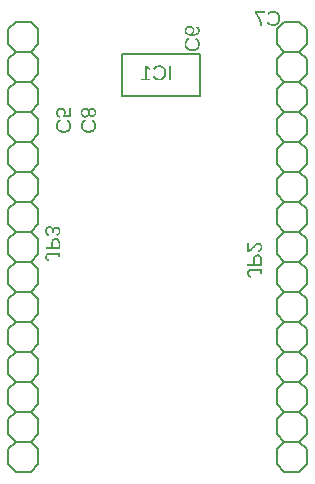
<source format=gbr>
G04 EAGLE Gerber X2 export*
%TF.Part,Single*%
%TF.FileFunction,Legend,Bot,1*%
%TF.FilePolarity,Positive*%
%TF.GenerationSoftware,Autodesk,EAGLE,9.7.0*%
%TF.CreationDate,2022-05-08T16:05:26Z*%
G75*
%MOMM*%
%FSLAX46Y46*%
%LPD*%
%INSilkscreen Bottom*%
%AMOC8*
5,1,8,0,0,1.08239X$1,22.5*%
G01*
G04 Define Apertures*
%ADD10C,0.203200*%
%ADD11C,0.152400*%
G36*
X5296528Y32450659D02*
X5331925Y32452528D01*
X5366322Y32455641D01*
X5399719Y32460000D01*
X5432119Y32465603D01*
X5463522Y32472453D01*
X5493922Y32480550D01*
X5523325Y32489888D01*
X5551728Y32500475D01*
X5579134Y32512306D01*
X5630947Y32539703D01*
X5678763Y32572081D01*
X5722581Y32609444D01*
X5761791Y32651209D01*
X5795772Y32696809D01*
X5810800Y32721047D01*
X5824522Y32746241D01*
X5836941Y32772394D01*
X5848047Y32799503D01*
X5857850Y32827572D01*
X5866347Y32856597D01*
X5873534Y32886581D01*
X5879416Y32917525D01*
X5883991Y32949425D01*
X5887256Y32982284D01*
X5889216Y33016100D01*
X5889872Y33050875D01*
X5888666Y33099128D01*
X5885053Y33145356D01*
X5879031Y33189559D01*
X5870603Y33231738D01*
X5859763Y33271891D01*
X5846516Y33310016D01*
X5830859Y33346119D01*
X5812794Y33380194D01*
X5792363Y33412163D01*
X5769603Y33441944D01*
X5744519Y33469531D01*
X5717109Y33494931D01*
X5687369Y33518141D01*
X5655306Y33539163D01*
X5620916Y33557994D01*
X5584197Y33574634D01*
X5531647Y33416106D01*
X5557784Y33404563D01*
X5582338Y33391391D01*
X5605300Y33376588D01*
X5626675Y33360159D01*
X5646466Y33342103D01*
X5664666Y33322416D01*
X5681281Y33301100D01*
X5696306Y33278156D01*
X5709650Y33253847D01*
X5721213Y33228425D01*
X5731000Y33201897D01*
X5739003Y33174259D01*
X5745231Y33145513D01*
X5749678Y33115659D01*
X5752347Y33084697D01*
X5753238Y33052625D01*
X5751178Y33002813D01*
X5745000Y32955844D01*
X5734700Y32911722D01*
X5720284Y32870447D01*
X5701747Y32832019D01*
X5679091Y32796438D01*
X5652316Y32763703D01*
X5621422Y32733816D01*
X5586941Y32707128D01*
X5549409Y32684000D01*
X5508825Y32664431D01*
X5465191Y32648419D01*
X5418503Y32635966D01*
X5368766Y32627069D01*
X5315975Y32621731D01*
X5260131Y32619953D01*
X5204809Y32621806D01*
X5152263Y32627372D01*
X5102497Y32636644D01*
X5055509Y32649622D01*
X5011300Y32666313D01*
X4969869Y32686709D01*
X4931213Y32710816D01*
X4895338Y32738631D01*
X4863006Y32769609D01*
X4834984Y32803197D01*
X4811275Y32839403D01*
X4791878Y32878222D01*
X4776791Y32919653D01*
X4766013Y32963700D01*
X4759547Y33010359D01*
X4757391Y33059631D01*
X4758394Y33091534D01*
X4761400Y33122434D01*
X4766413Y33152325D01*
X4773428Y33181213D01*
X4782453Y33209091D01*
X4793478Y33235966D01*
X4806509Y33261834D01*
X4821547Y33286697D01*
X4838588Y33310553D01*
X4857634Y33333406D01*
X4878688Y33355250D01*
X4901744Y33376091D01*
X4926803Y33395922D01*
X4953869Y33414750D01*
X4982941Y33432572D01*
X5014016Y33449388D01*
X4945700Y33586022D01*
X4907038Y33566006D01*
X4870759Y33544063D01*
X4836859Y33520188D01*
X4805344Y33494384D01*
X4776206Y33466650D01*
X4749453Y33436988D01*
X4725078Y33405397D01*
X4703088Y33371875D01*
X4683588Y33336697D01*
X4666684Y33300138D01*
X4652384Y33262194D01*
X4640684Y33222869D01*
X4631584Y33182163D01*
X4625084Y33140075D01*
X4621184Y33096603D01*
X4619884Y33051750D01*
X4621097Y33005897D01*
X4624728Y32961619D01*
X4630784Y32918913D01*
X4639259Y32877781D01*
X4650159Y32838225D01*
X4663481Y32800244D01*
X4679228Y32763831D01*
X4697394Y32728997D01*
X4717813Y32695959D01*
X4740313Y32664950D01*
X4764891Y32635966D01*
X4791550Y32609006D01*
X4820288Y32584072D01*
X4851106Y32561163D01*
X4884006Y32540278D01*
X4918984Y32521419D01*
X4955834Y32504691D01*
X4994338Y32490191D01*
X5034497Y32477922D01*
X5076313Y32467884D01*
X5119781Y32460075D01*
X5164909Y32454500D01*
X5211691Y32451153D01*
X5260131Y32450038D01*
X5296528Y32450659D01*
G37*
G36*
X4931684Y33887050D02*
X4909519Y33893903D01*
X4888781Y33901978D01*
X4869475Y33911281D01*
X4851600Y33921809D01*
X4835153Y33933563D01*
X4820138Y33946538D01*
X4806550Y33960741D01*
X4794397Y33976169D01*
X4783669Y33992819D01*
X4774375Y34010694D01*
X4766509Y34029797D01*
X4760072Y34050122D01*
X4755069Y34071672D01*
X4751491Y34094450D01*
X4749347Y34118450D01*
X4748631Y34143675D01*
X4749828Y34174563D01*
X4753422Y34203725D01*
X4759409Y34231163D01*
X4767791Y34256878D01*
X4778569Y34280869D01*
X4791741Y34303134D01*
X4807306Y34323675D01*
X4825269Y34342494D01*
X4845325Y34359325D01*
X4867172Y34373916D01*
X4890816Y34386259D01*
X4916250Y34396359D01*
X4943475Y34404213D01*
X4972494Y34409825D01*
X5003306Y34413191D01*
X5035913Y34414313D01*
X5064338Y34413184D01*
X5091366Y34409797D01*
X5116997Y34404153D01*
X5141234Y34396250D01*
X5164075Y34386088D01*
X5185519Y34373669D01*
X5205569Y34358991D01*
X5224222Y34342056D01*
X5241053Y34323203D01*
X5255644Y34302778D01*
X5267988Y34280781D01*
X5278088Y34257206D01*
X5285941Y34232059D01*
X5291553Y34205341D01*
X5294919Y34177047D01*
X5296041Y34147178D01*
X5294781Y34115756D01*
X5291006Y34085431D01*
X5284709Y34056197D01*
X5275897Y34028063D01*
X5264072Y34000472D01*
X5248744Y33972881D01*
X5229913Y33945294D01*
X5207581Y33917703D01*
X5207581Y33763553D01*
X5871478Y33804719D01*
X5871478Y34506278D01*
X5737472Y34506278D01*
X5737472Y33948359D01*
X5345966Y33924709D01*
X5364441Y33951109D01*
X5380450Y33979069D01*
X5394000Y34008588D01*
X5405084Y34039666D01*
X5413706Y34072306D01*
X5419866Y34106506D01*
X5423559Y34142266D01*
X5424791Y34179584D01*
X5423122Y34223972D01*
X5418113Y34266047D01*
X5409766Y34305809D01*
X5398078Y34343259D01*
X5383053Y34378397D01*
X5364688Y34411222D01*
X5342981Y34441731D01*
X5317938Y34469931D01*
X5290213Y34495281D01*
X5260459Y34517253D01*
X5228681Y34535844D01*
X5194881Y34551056D01*
X5159053Y34562888D01*
X5121200Y34571338D01*
X5081319Y34576409D01*
X5039416Y34578097D01*
X4991888Y34576284D01*
X4946959Y34570844D01*
X4904631Y34561778D01*
X4864903Y34549084D01*
X4827775Y34532766D01*
X4793247Y34512819D01*
X4761319Y34489247D01*
X4731991Y34462047D01*
X4705716Y34431631D01*
X4682944Y34398413D01*
X4663675Y34362384D01*
X4647909Y34323553D01*
X4635650Y34281916D01*
X4626891Y34237472D01*
X4621638Y34190225D01*
X4619884Y34140172D01*
X4621063Y34098075D01*
X4624594Y34058059D01*
X4630478Y34020125D01*
X4638713Y33984269D01*
X4649303Y33950494D01*
X4662250Y33918800D01*
X4677550Y33889184D01*
X4695206Y33861650D01*
X4715091Y33836372D01*
X4737081Y33813531D01*
X4761181Y33793128D01*
X4787388Y33775159D01*
X4815703Y33759625D01*
X4846125Y33746528D01*
X4878656Y33735869D01*
X4913294Y33727644D01*
X4931684Y33887050D01*
G37*
G36*
X16193788Y40658706D02*
X16266947Y40664084D01*
X16335456Y40673047D01*
X16399313Y40685597D01*
X16458513Y40701731D01*
X16513063Y40721453D01*
X16562959Y40744756D01*
X16608203Y40771650D01*
X16648438Y40801853D01*
X16683306Y40835094D01*
X16712813Y40871375D01*
X16736953Y40910691D01*
X16755728Y40953047D01*
X16763106Y40975366D01*
X16769141Y40998441D01*
X16773834Y41022278D01*
X16777188Y41046872D01*
X16779200Y41072228D01*
X16779872Y41098344D01*
X16778888Y41132459D01*
X16775944Y41164963D01*
X16771034Y41195850D01*
X16764159Y41225122D01*
X16755322Y41252781D01*
X16744522Y41278825D01*
X16731756Y41303253D01*
X16717028Y41326066D01*
X16700334Y41347263D01*
X16681678Y41366847D01*
X16661059Y41384816D01*
X16638475Y41401169D01*
X16613928Y41415909D01*
X16587416Y41429031D01*
X16558941Y41440541D01*
X16528500Y41450438D01*
X16501350Y41299791D01*
X16536656Y41286459D01*
X16567256Y41269681D01*
X16593150Y41249456D01*
X16614334Y41225781D01*
X16630809Y41198656D01*
X16642581Y41168084D01*
X16649641Y41134063D01*
X16651997Y41096591D01*
X16650031Y41063822D01*
X16644141Y41032956D01*
X16634322Y41003991D01*
X16620575Y40976928D01*
X16602900Y40951769D01*
X16581297Y40928509D01*
X16555769Y40907153D01*
X16526309Y40887700D01*
X16493131Y40870353D01*
X16456434Y40855322D01*
X16416219Y40842600D01*
X16372488Y40832194D01*
X16325241Y40824097D01*
X16274475Y40818316D01*
X16220194Y40814847D01*
X16162394Y40813691D01*
X16199863Y40837338D01*
X16232572Y40865366D01*
X16260516Y40897772D01*
X16283700Y40934559D01*
X16301900Y40974956D01*
X16314900Y41018203D01*
X16319450Y41040894D01*
X16322703Y41064294D01*
X16324653Y41088406D01*
X16325303Y41113231D01*
X16323631Y41154828D01*
X16318625Y41194222D01*
X16310275Y41231413D01*
X16298588Y41266397D01*
X16283563Y41299181D01*
X16265197Y41329759D01*
X16243491Y41358138D01*
X16218447Y41384309D01*
X16190584Y41407813D01*
X16160422Y41428184D01*
X16127959Y41445422D01*
X16093200Y41459525D01*
X16056141Y41470491D01*
X16016781Y41478328D01*
X15975125Y41483028D01*
X15931169Y41484594D01*
X15883625Y41482938D01*
X15838656Y41477972D01*
X15796259Y41469691D01*
X15756434Y41458100D01*
X15719184Y41443197D01*
X15684506Y41424981D01*
X15652400Y41403456D01*
X15622866Y41378616D01*
X15596384Y41350863D01*
X15573434Y41320591D01*
X15554016Y41287800D01*
X15538128Y41252494D01*
X15525772Y41214669D01*
X15516947Y41174322D01*
X15511650Y41131463D01*
X15509884Y41086081D01*
X15510491Y41060406D01*
X15512306Y41035500D01*
X15519575Y40987984D01*
X15531681Y40943534D01*
X15548638Y40902153D01*
X15570438Y40863834D01*
X15597084Y40828581D01*
X15628572Y40796391D01*
X15664906Y40767269D01*
X15705869Y40741406D01*
X15751234Y40718988D01*
X15801006Y40700022D01*
X15855188Y40684503D01*
X15913772Y40672431D01*
X15976766Y40663809D01*
X16044166Y40658638D01*
X16115972Y40656913D01*
X16193788Y40658706D01*
G37*
%LPC*%
G36*
X15926938Y40830556D02*
X15893669Y40833863D01*
X15862016Y40839372D01*
X15831978Y40847081D01*
X15803553Y40856997D01*
X15776744Y40869116D01*
X15751550Y40883438D01*
X15727969Y40899963D01*
X15706619Y40918213D01*
X15688119Y40937706D01*
X15672463Y40958447D01*
X15659653Y40980431D01*
X15649691Y41003663D01*
X15642572Y41028138D01*
X15638303Y41053859D01*
X15636881Y41080825D01*
X15638078Y41108525D01*
X15641669Y41134691D01*
X15647656Y41159325D01*
X15656041Y41182425D01*
X15666816Y41203994D01*
X15679988Y41224028D01*
X15695556Y41242531D01*
X15713519Y41259500D01*
X15733572Y41274691D01*
X15755422Y41287856D01*
X15779063Y41298997D01*
X15804497Y41308109D01*
X15831725Y41315200D01*
X15860744Y41320263D01*
X15891556Y41323300D01*
X15924159Y41324313D01*
X15956703Y41323288D01*
X15987331Y41320209D01*
X16016044Y41315075D01*
X16042838Y41307891D01*
X16067719Y41298653D01*
X16090681Y41287363D01*
X16111731Y41274019D01*
X16130863Y41258625D01*
X16147900Y41241394D01*
X16162666Y41222550D01*
X16175163Y41202091D01*
X16185384Y41180016D01*
X16193334Y41156328D01*
X16199016Y41131022D01*
X16202422Y41104103D01*
X16203559Y41075572D01*
X16202553Y41048644D01*
X16199534Y41023047D01*
X16194506Y40998775D01*
X16187466Y40975834D01*
X16178413Y40954216D01*
X16167347Y40933928D01*
X16154272Y40914969D01*
X16139181Y40897334D01*
X16122328Y40881425D01*
X16103956Y40867638D01*
X16084066Y40855972D01*
X16062656Y40846425D01*
X16039725Y40839000D01*
X16015278Y40833697D01*
X15989309Y40830516D01*
X15961822Y40829456D01*
X15926938Y40830556D01*
G37*
%LPD*%
G36*
X16186528Y39360659D02*
X16221925Y39362528D01*
X16256322Y39365641D01*
X16289719Y39370000D01*
X16322119Y39375603D01*
X16353522Y39382453D01*
X16383922Y39390550D01*
X16413325Y39399888D01*
X16441728Y39410475D01*
X16469134Y39422306D01*
X16520947Y39449703D01*
X16568763Y39482081D01*
X16612581Y39519444D01*
X16651791Y39561209D01*
X16685772Y39606809D01*
X16700800Y39631047D01*
X16714522Y39656241D01*
X16726941Y39682394D01*
X16738047Y39709503D01*
X16747850Y39737572D01*
X16756347Y39766597D01*
X16763534Y39796581D01*
X16769416Y39827525D01*
X16773991Y39859425D01*
X16777256Y39892284D01*
X16779216Y39926100D01*
X16779872Y39960875D01*
X16778666Y40009128D01*
X16775053Y40055356D01*
X16769031Y40099559D01*
X16760603Y40141738D01*
X16749763Y40181891D01*
X16736516Y40220016D01*
X16720859Y40256119D01*
X16702794Y40290194D01*
X16682363Y40322163D01*
X16659603Y40351944D01*
X16634519Y40379531D01*
X16607109Y40404931D01*
X16577369Y40428141D01*
X16545306Y40449163D01*
X16510916Y40467994D01*
X16474197Y40484634D01*
X16421647Y40326106D01*
X16447784Y40314563D01*
X16472338Y40301391D01*
X16495300Y40286588D01*
X16516675Y40270159D01*
X16536466Y40252103D01*
X16554666Y40232416D01*
X16571281Y40211100D01*
X16586306Y40188156D01*
X16599650Y40163847D01*
X16611213Y40138425D01*
X16621000Y40111897D01*
X16629003Y40084259D01*
X16635231Y40055513D01*
X16639678Y40025659D01*
X16642347Y39994697D01*
X16643238Y39962625D01*
X16641178Y39912813D01*
X16635000Y39865844D01*
X16624700Y39821722D01*
X16610284Y39780447D01*
X16591747Y39742019D01*
X16569091Y39706438D01*
X16542316Y39673703D01*
X16511422Y39643816D01*
X16476941Y39617128D01*
X16439409Y39594000D01*
X16398825Y39574431D01*
X16355191Y39558419D01*
X16308503Y39545966D01*
X16258766Y39537069D01*
X16205975Y39531731D01*
X16150131Y39529953D01*
X16094809Y39531806D01*
X16042263Y39537372D01*
X15992497Y39546644D01*
X15945509Y39559622D01*
X15901300Y39576313D01*
X15859869Y39596709D01*
X15821213Y39620816D01*
X15785338Y39648631D01*
X15753006Y39679609D01*
X15724984Y39713197D01*
X15701275Y39749403D01*
X15681878Y39788222D01*
X15666791Y39829653D01*
X15656013Y39873700D01*
X15649547Y39920359D01*
X15647391Y39969631D01*
X15648394Y40001534D01*
X15651400Y40032434D01*
X15656413Y40062325D01*
X15663428Y40091213D01*
X15672453Y40119091D01*
X15683478Y40145966D01*
X15696509Y40171834D01*
X15711547Y40196697D01*
X15728588Y40220553D01*
X15747634Y40243406D01*
X15768688Y40265250D01*
X15791744Y40286091D01*
X15816803Y40305922D01*
X15843869Y40324750D01*
X15872941Y40342572D01*
X15904016Y40359388D01*
X15835700Y40496022D01*
X15797038Y40476006D01*
X15760759Y40454063D01*
X15726859Y40430188D01*
X15695344Y40404384D01*
X15666206Y40376650D01*
X15639453Y40346988D01*
X15615078Y40315397D01*
X15593088Y40281875D01*
X15573588Y40246697D01*
X15556684Y40210138D01*
X15542384Y40172194D01*
X15530684Y40132869D01*
X15521584Y40092163D01*
X15515084Y40050075D01*
X15511184Y40006603D01*
X15509884Y39961750D01*
X15511097Y39915897D01*
X15514728Y39871619D01*
X15520784Y39828913D01*
X15529259Y39787781D01*
X15540159Y39748225D01*
X15553481Y39710244D01*
X15569228Y39673831D01*
X15587394Y39638997D01*
X15607813Y39605959D01*
X15630313Y39574950D01*
X15654891Y39545966D01*
X15681550Y39519006D01*
X15710288Y39494072D01*
X15741106Y39471163D01*
X15774006Y39450278D01*
X15808984Y39431419D01*
X15845834Y39414691D01*
X15884338Y39400191D01*
X15924497Y39387922D01*
X15966313Y39377884D01*
X16009781Y39370075D01*
X16054909Y39364500D01*
X16101691Y39361153D01*
X16150131Y39360038D01*
X16186528Y39360659D01*
G37*
G36*
X23034203Y41496397D02*
X23078481Y41500028D01*
X23121188Y41506084D01*
X23162319Y41514559D01*
X23201875Y41525459D01*
X23239856Y41538781D01*
X23276269Y41554528D01*
X23311103Y41572694D01*
X23344141Y41593113D01*
X23375150Y41615613D01*
X23404134Y41640191D01*
X23431094Y41666850D01*
X23456028Y41695588D01*
X23478938Y41726406D01*
X23499822Y41759306D01*
X23518681Y41794284D01*
X23535409Y41831134D01*
X23549909Y41869638D01*
X23562178Y41909797D01*
X23572216Y41951613D01*
X23580025Y41995081D01*
X23585600Y42040209D01*
X23588947Y42086991D01*
X23590063Y42135431D01*
X23589441Y42171828D01*
X23587572Y42207225D01*
X23584459Y42241622D01*
X23580100Y42275019D01*
X23574497Y42307419D01*
X23567647Y42338822D01*
X23559550Y42369222D01*
X23550213Y42398625D01*
X23539625Y42427028D01*
X23527794Y42454434D01*
X23500397Y42506247D01*
X23468019Y42554063D01*
X23430656Y42597881D01*
X23388891Y42637091D01*
X23343291Y42671072D01*
X23319053Y42686100D01*
X23293859Y42699822D01*
X23267706Y42712241D01*
X23240597Y42723347D01*
X23212528Y42733150D01*
X23183503Y42741647D01*
X23153519Y42748834D01*
X23122575Y42754716D01*
X23090675Y42759291D01*
X23057816Y42762556D01*
X23024000Y42764516D01*
X22989225Y42765172D01*
X22940972Y42763966D01*
X22894744Y42760353D01*
X22850541Y42754331D01*
X22808363Y42745903D01*
X22768209Y42735063D01*
X22730084Y42721816D01*
X22693981Y42706159D01*
X22659906Y42688094D01*
X22627938Y42667663D01*
X22598156Y42644903D01*
X22570569Y42619819D01*
X22545169Y42592409D01*
X22521959Y42562669D01*
X22500938Y42530606D01*
X22482106Y42496216D01*
X22465466Y42459497D01*
X22623994Y42406947D01*
X22635538Y42433084D01*
X22648709Y42457638D01*
X22663513Y42480600D01*
X22679941Y42501975D01*
X22697997Y42521766D01*
X22717684Y42539966D01*
X22739000Y42556581D01*
X22761944Y42571606D01*
X22786253Y42584950D01*
X22811675Y42596513D01*
X22838203Y42606300D01*
X22865841Y42614303D01*
X22894588Y42620531D01*
X22924441Y42624978D01*
X22955403Y42627647D01*
X22987475Y42628538D01*
X23037288Y42626478D01*
X23084256Y42620300D01*
X23128378Y42610000D01*
X23169653Y42595584D01*
X23208081Y42577047D01*
X23243663Y42554391D01*
X23276397Y42527616D01*
X23306284Y42496722D01*
X23332972Y42462241D01*
X23356100Y42424709D01*
X23375669Y42384125D01*
X23391681Y42340491D01*
X23404134Y42293803D01*
X23413031Y42244066D01*
X23418369Y42191275D01*
X23420147Y42135431D01*
X23418294Y42080109D01*
X23412728Y42027563D01*
X23403456Y41977797D01*
X23390478Y41930809D01*
X23373788Y41886600D01*
X23353391Y41845169D01*
X23329284Y41806513D01*
X23301469Y41770638D01*
X23270491Y41738306D01*
X23236903Y41710284D01*
X23200697Y41686575D01*
X23161878Y41667178D01*
X23120447Y41652091D01*
X23076400Y41641313D01*
X23029741Y41634847D01*
X22980469Y41632691D01*
X22948566Y41633694D01*
X22917666Y41636700D01*
X22887775Y41641713D01*
X22858888Y41648728D01*
X22831009Y41657753D01*
X22804134Y41668778D01*
X22778266Y41681809D01*
X22753403Y41696847D01*
X22729547Y41713888D01*
X22706694Y41732934D01*
X22684850Y41753988D01*
X22664009Y41777044D01*
X22644178Y41802103D01*
X22625350Y41829169D01*
X22607528Y41858241D01*
X22590713Y41889316D01*
X22454078Y41821000D01*
X22474094Y41782338D01*
X22496038Y41746059D01*
X22519913Y41712159D01*
X22545716Y41680644D01*
X22573450Y41651506D01*
X22603113Y41624753D01*
X22634703Y41600378D01*
X22668225Y41578388D01*
X22703403Y41558888D01*
X22739963Y41541984D01*
X22777906Y41527684D01*
X22817231Y41515984D01*
X22857938Y41506884D01*
X22900025Y41500384D01*
X22943497Y41496484D01*
X22988350Y41495184D01*
X23034203Y41496397D01*
G37*
G36*
X22063022Y41572209D02*
X22058322Y41632500D01*
X22050488Y41693569D01*
X22039519Y41755419D01*
X22025416Y41818050D01*
X22008178Y41881459D01*
X21987809Y41945650D01*
X21964303Y42010622D01*
X21937131Y42077222D01*
X21905759Y42146297D01*
X21870184Y42217850D01*
X21830409Y42291881D01*
X21786431Y42368388D01*
X21738253Y42447372D01*
X21685872Y42528834D01*
X21629291Y42612772D01*
X22292313Y42612772D01*
X22292313Y42746778D01*
X21476891Y42746778D01*
X21476891Y42618903D01*
X21564531Y42482216D01*
X21638269Y42361181D01*
X21698100Y42255806D01*
X21744028Y42166084D01*
X21780566Y42084469D01*
X21812234Y42003397D01*
X21839031Y41922872D01*
X21860953Y41842897D01*
X21878006Y41762481D01*
X21890184Y41680644D01*
X21897494Y41597381D01*
X21899319Y41555219D01*
X21899928Y41512700D01*
X22064591Y41512700D01*
X22063022Y41572209D01*
G37*
G36*
X7119472Y33734856D02*
X7147884Y33738100D01*
X7175091Y33743503D01*
X7201091Y33751072D01*
X7225888Y33760803D01*
X7249481Y33772694D01*
X7271872Y33786750D01*
X7293056Y33802966D01*
X7312625Y33820869D01*
X7330169Y33839972D01*
X7345691Y33860281D01*
X7359181Y33881794D01*
X7370650Y33904513D01*
X7380094Y33928434D01*
X7387513Y33953559D01*
X7392903Y33979891D01*
X7396406Y33979891D01*
X7403181Y33955372D01*
X7411678Y33932184D01*
X7421903Y33910322D01*
X7433850Y33889788D01*
X7447522Y33870578D01*
X7462916Y33852700D01*
X7480038Y33836147D01*
X7498881Y33820922D01*
X7519013Y33807272D01*
X7539991Y33795441D01*
X7561819Y33785428D01*
X7584497Y33777238D01*
X7608022Y33770869D01*
X7632394Y33766319D01*
X7657616Y33763588D01*
X7683688Y33762678D01*
X7718106Y33764328D01*
X7750853Y33769275D01*
X7781934Y33777519D01*
X7811344Y33789063D01*
X7839081Y33803903D01*
X7865153Y33822044D01*
X7889553Y33843481D01*
X7912284Y33868219D01*
X7932813Y33895731D01*
X7950603Y33925503D01*
X7965656Y33957534D01*
X7977975Y33991822D01*
X7987553Y34028369D01*
X7994397Y34067175D01*
X7998503Y34108238D01*
X7999872Y34151556D01*
X7998528Y34195903D01*
X7994506Y34237856D01*
X7987800Y34277413D01*
X7978413Y34314575D01*
X7966341Y34349344D01*
X7951588Y34381716D01*
X7934153Y34411694D01*
X7914038Y34439275D01*
X7891634Y34464013D01*
X7867344Y34485450D01*
X7841163Y34503588D01*
X7813094Y34518431D01*
X7783138Y34529975D01*
X7751291Y34538219D01*
X7717559Y34543166D01*
X7681934Y34544816D01*
X7655866Y34543900D01*
X7630644Y34541147D01*
X7606269Y34536563D01*
X7582744Y34530144D01*
X7560069Y34521894D01*
X7538241Y34511806D01*
X7517259Y34499888D01*
X7497131Y34486134D01*
X7478341Y34470794D01*
X7461384Y34454109D01*
X7459900Y34452338D01*
X7446263Y34436088D01*
X7432975Y34416722D01*
X7421519Y34396016D01*
X7411897Y34373969D01*
X7404113Y34350581D01*
X7398159Y34325853D01*
X7394656Y34325853D01*
X7388872Y34354591D01*
X7381163Y34381688D01*
X7371519Y34407144D01*
X7359950Y34430953D01*
X7346450Y34453125D01*
X7331019Y34473653D01*
X7313659Y34492538D01*
X7298122Y34506428D01*
X7294369Y34509781D01*
X7273478Y34525178D01*
X7251316Y34538522D01*
X7227881Y34549809D01*
X7203172Y34559047D01*
X7177191Y34566234D01*
X7149934Y34571366D01*
X7121409Y34574444D01*
X7091609Y34575472D01*
X7050088Y34573775D01*
X7010922Y34568681D01*
X6974109Y34560197D01*
X6939650Y34548319D01*
X6907544Y34533047D01*
X6877791Y34514381D01*
X6850394Y34492319D01*
X6825350Y34466866D01*
X6802975Y34438234D01*
X6783581Y34406650D01*
X6767175Y34372109D01*
X6753747Y34334609D01*
X6743309Y34294156D01*
X6735850Y34250747D01*
X6731375Y34204381D01*
X6729884Y34155059D01*
X6731350Y34106922D01*
X6735741Y34061481D01*
X6743063Y34018734D01*
X6753309Y33978684D01*
X6766491Y33941331D01*
X6782597Y33906675D01*
X6801634Y33874713D01*
X6823597Y33845447D01*
X6848259Y33819272D01*
X6875381Y33796591D01*
X6904969Y33777397D01*
X6937022Y33761694D01*
X6971534Y33749478D01*
X7008513Y33740753D01*
X7047953Y33735519D01*
X7089856Y33733775D01*
X7119472Y33734856D01*
G37*
%LPC*%
G36*
X7072131Y33897700D02*
X7043259Y33900747D01*
X7016378Y33905828D01*
X6991488Y33912941D01*
X6968591Y33922088D01*
X6947681Y33933263D01*
X6928766Y33946475D01*
X6911841Y33961716D01*
X6896906Y33978991D01*
X6883963Y33998297D01*
X6873013Y34019634D01*
X6864050Y34043006D01*
X6857081Y34068409D01*
X6852103Y34095844D01*
X6849119Y34125313D01*
X6848122Y34156813D01*
X6849088Y34187975D01*
X6851981Y34217081D01*
X6856806Y34244138D01*
X6863559Y34269141D01*
X6872241Y34292091D01*
X6882856Y34312988D01*
X6895397Y34331831D01*
X6909869Y34348625D01*
X6926450Y34363403D01*
X6945316Y34376213D01*
X6966466Y34387053D01*
X6989900Y34395922D01*
X7015622Y34402819D01*
X7043628Y34407744D01*
X7073922Y34410700D01*
X7106500Y34411684D01*
X7134300Y34410619D01*
X7160338Y34407416D01*
X7184606Y34402078D01*
X7207113Y34394606D01*
X7227853Y34385000D01*
X7246828Y34373256D01*
X7264038Y34359381D01*
X7279481Y34343369D01*
X7293131Y34325428D01*
X7304963Y34305763D01*
X7314972Y34284372D01*
X7323163Y34261259D01*
X7329534Y34236419D01*
X7334084Y34209856D01*
X7336816Y34181569D01*
X7337725Y34151556D01*
X7336747Y34122381D01*
X7333809Y34094847D01*
X7328919Y34068953D01*
X7322069Y34044703D01*
X7313263Y34022094D01*
X7302500Y34001128D01*
X7289778Y33981806D01*
X7275100Y33964125D01*
X7258713Y33948319D01*
X7240859Y33934619D01*
X7221544Y33923028D01*
X7200763Y33913544D01*
X7178519Y33906169D01*
X7154806Y33900900D01*
X7129634Y33897738D01*
X7102997Y33896684D01*
X7072131Y33897700D01*
G37*
G36*
X7647469Y33924772D02*
X7623334Y33927584D01*
X7600775Y33932272D01*
X7579788Y33938834D01*
X7560375Y33947272D01*
X7542538Y33957581D01*
X7526272Y33969769D01*
X7511581Y33983831D01*
X7498547Y33999603D01*
X7487250Y34016922D01*
X7477691Y34035788D01*
X7469869Y34056197D01*
X7463784Y34078156D01*
X7459441Y34101659D01*
X7456834Y34126713D01*
X7455966Y34153309D01*
X7456766Y34180291D01*
X7459166Y34205613D01*
X7463169Y34229281D01*
X7468775Y34251294D01*
X7475978Y34271653D01*
X7484784Y34290353D01*
X7495194Y34307397D01*
X7507203Y34322788D01*
X7521003Y34336438D01*
X7536791Y34348269D01*
X7554559Y34358278D01*
X7574316Y34366469D01*
X7596053Y34372841D01*
X7619778Y34377391D01*
X7645484Y34380122D01*
X7673178Y34381031D01*
X7698525Y34380134D01*
X7722238Y34377447D01*
X7744316Y34372963D01*
X7764759Y34366688D01*
X7783566Y34358622D01*
X7800738Y34348763D01*
X7816272Y34337109D01*
X7830175Y34323663D01*
X7842438Y34308425D01*
X7853069Y34291394D01*
X7862063Y34272569D01*
X7869422Y34251953D01*
X7875147Y34229544D01*
X7879234Y34205341D01*
X7881688Y34179344D01*
X7882506Y34151556D01*
X7881684Y34124578D01*
X7879222Y34099253D01*
X7875116Y34075584D01*
X7869369Y34053572D01*
X7861978Y34033216D01*
X7852947Y34014513D01*
X7842272Y33997469D01*
X7829953Y33982078D01*
X7816009Y33968428D01*
X7800450Y33956597D01*
X7783275Y33946588D01*
X7764484Y33938397D01*
X7744081Y33932025D01*
X7722059Y33927475D01*
X7698425Y33924744D01*
X7673178Y33923834D01*
X7647469Y33924772D01*
G37*
%LPD*%
G36*
X7406528Y32450659D02*
X7441925Y32452528D01*
X7476322Y32455641D01*
X7509719Y32460000D01*
X7542119Y32465603D01*
X7573522Y32472453D01*
X7603922Y32480550D01*
X7633325Y32489888D01*
X7661728Y32500475D01*
X7689134Y32512306D01*
X7740947Y32539703D01*
X7788763Y32572081D01*
X7832581Y32609444D01*
X7871791Y32651209D01*
X7905772Y32696809D01*
X7920800Y32721047D01*
X7934522Y32746241D01*
X7946941Y32772394D01*
X7958047Y32799503D01*
X7967850Y32827572D01*
X7976347Y32856597D01*
X7983534Y32886581D01*
X7989416Y32917525D01*
X7993991Y32949425D01*
X7997256Y32982284D01*
X7999216Y33016100D01*
X7999872Y33050875D01*
X7998666Y33099128D01*
X7995053Y33145356D01*
X7989031Y33189559D01*
X7980603Y33231738D01*
X7969763Y33271891D01*
X7956516Y33310016D01*
X7940859Y33346119D01*
X7922794Y33380194D01*
X7902363Y33412163D01*
X7879603Y33441944D01*
X7854519Y33469531D01*
X7827109Y33494931D01*
X7797369Y33518141D01*
X7765306Y33539163D01*
X7730916Y33557994D01*
X7694197Y33574634D01*
X7641647Y33416106D01*
X7667784Y33404563D01*
X7692338Y33391391D01*
X7715300Y33376588D01*
X7736675Y33360159D01*
X7756466Y33342103D01*
X7774666Y33322416D01*
X7791281Y33301100D01*
X7806306Y33278156D01*
X7819650Y33253847D01*
X7831213Y33228425D01*
X7841000Y33201897D01*
X7849003Y33174259D01*
X7855231Y33145513D01*
X7859678Y33115659D01*
X7862347Y33084697D01*
X7863238Y33052625D01*
X7861178Y33002813D01*
X7855000Y32955844D01*
X7844700Y32911722D01*
X7830284Y32870447D01*
X7811747Y32832019D01*
X7789091Y32796438D01*
X7762316Y32763703D01*
X7731422Y32733816D01*
X7696941Y32707128D01*
X7659409Y32684000D01*
X7618825Y32664431D01*
X7575191Y32648419D01*
X7528503Y32635966D01*
X7478766Y32627069D01*
X7425975Y32621731D01*
X7370131Y32619953D01*
X7314809Y32621806D01*
X7262263Y32627372D01*
X7212497Y32636644D01*
X7165509Y32649622D01*
X7121300Y32666313D01*
X7079869Y32686709D01*
X7041213Y32710816D01*
X7005338Y32738631D01*
X6973006Y32769609D01*
X6944984Y32803197D01*
X6921275Y32839403D01*
X6901878Y32878222D01*
X6886791Y32919653D01*
X6876013Y32963700D01*
X6869547Y33010359D01*
X6867391Y33059631D01*
X6868394Y33091534D01*
X6871400Y33122434D01*
X6876413Y33152325D01*
X6883428Y33181213D01*
X6892453Y33209091D01*
X6903478Y33235966D01*
X6916509Y33261834D01*
X6931547Y33286697D01*
X6948588Y33310553D01*
X6967634Y33333406D01*
X6988688Y33355250D01*
X7011744Y33376091D01*
X7036803Y33395922D01*
X7063869Y33414750D01*
X7092941Y33432572D01*
X7124016Y33449388D01*
X7055700Y33586022D01*
X7017038Y33566006D01*
X6980759Y33544063D01*
X6946859Y33520188D01*
X6915344Y33494384D01*
X6886206Y33466650D01*
X6859453Y33436988D01*
X6835078Y33405397D01*
X6813088Y33371875D01*
X6793588Y33336697D01*
X6776684Y33300138D01*
X6762384Y33262194D01*
X6750684Y33222869D01*
X6741584Y33182163D01*
X6735084Y33140075D01*
X6731184Y33096603D01*
X6729884Y33051750D01*
X6731097Y33005897D01*
X6734728Y32961619D01*
X6740784Y32918913D01*
X6749259Y32877781D01*
X6760159Y32838225D01*
X6773481Y32800244D01*
X6789228Y32763831D01*
X6807394Y32728997D01*
X6827813Y32695959D01*
X6850313Y32664950D01*
X6874891Y32635966D01*
X6901550Y32609006D01*
X6930288Y32584072D01*
X6961106Y32561163D01*
X6994006Y32540278D01*
X7028984Y32521419D01*
X7065834Y32504691D01*
X7104338Y32490191D01*
X7144497Y32477922D01*
X7186313Y32467884D01*
X7229781Y32460075D01*
X7274909Y32454500D01*
X7321691Y32451153D01*
X7370131Y32450038D01*
X7406528Y32450659D01*
G37*
G36*
X13393578Y36887197D02*
X13437856Y36890828D01*
X13480563Y36896884D01*
X13521694Y36905359D01*
X13561250Y36916259D01*
X13599231Y36929581D01*
X13635644Y36945328D01*
X13670478Y36963494D01*
X13703516Y36983913D01*
X13734525Y37006413D01*
X13763509Y37030991D01*
X13790469Y37057650D01*
X13815403Y37086388D01*
X13838313Y37117206D01*
X13859197Y37150106D01*
X13878056Y37185084D01*
X13894784Y37221934D01*
X13909284Y37260438D01*
X13921553Y37300597D01*
X13931591Y37342413D01*
X13939400Y37385881D01*
X13944975Y37431009D01*
X13948322Y37477791D01*
X13949438Y37526231D01*
X13948816Y37562628D01*
X13946947Y37598025D01*
X13943834Y37632422D01*
X13939475Y37665819D01*
X13933872Y37698219D01*
X13927022Y37729622D01*
X13918925Y37760022D01*
X13909588Y37789425D01*
X13899000Y37817828D01*
X13887169Y37845234D01*
X13859772Y37897047D01*
X13827394Y37944863D01*
X13790031Y37988681D01*
X13748266Y38027891D01*
X13702666Y38061872D01*
X13678428Y38076900D01*
X13653234Y38090622D01*
X13627081Y38103041D01*
X13599972Y38114147D01*
X13571903Y38123950D01*
X13542878Y38132447D01*
X13512894Y38139634D01*
X13481950Y38145516D01*
X13450050Y38150091D01*
X13417191Y38153356D01*
X13383375Y38155316D01*
X13348600Y38155972D01*
X13300347Y38154766D01*
X13254119Y38151153D01*
X13209916Y38145131D01*
X13167738Y38136703D01*
X13127584Y38125863D01*
X13089459Y38112616D01*
X13053356Y38096959D01*
X13019281Y38078894D01*
X12987313Y38058463D01*
X12957531Y38035703D01*
X12929944Y38010619D01*
X12904544Y37983209D01*
X12881334Y37953469D01*
X12860313Y37921406D01*
X12841481Y37887016D01*
X12824841Y37850297D01*
X12983369Y37797747D01*
X12994913Y37823884D01*
X13008084Y37848438D01*
X13022888Y37871400D01*
X13039316Y37892775D01*
X13057372Y37912566D01*
X13077059Y37930766D01*
X13098375Y37947381D01*
X13121319Y37962406D01*
X13145628Y37975750D01*
X13171050Y37987313D01*
X13197578Y37997100D01*
X13225216Y38005103D01*
X13253963Y38011331D01*
X13283816Y38015778D01*
X13314778Y38018447D01*
X13346850Y38019338D01*
X13396663Y38017278D01*
X13443631Y38011100D01*
X13487753Y38000800D01*
X13529028Y37986384D01*
X13567456Y37967847D01*
X13603038Y37945191D01*
X13635772Y37918416D01*
X13665659Y37887522D01*
X13692347Y37853041D01*
X13715475Y37815509D01*
X13735044Y37774925D01*
X13751056Y37731291D01*
X13763509Y37684603D01*
X13772406Y37634866D01*
X13777744Y37582075D01*
X13779522Y37526231D01*
X13777669Y37470909D01*
X13772103Y37418363D01*
X13762831Y37368597D01*
X13749853Y37321609D01*
X13733163Y37277400D01*
X13712766Y37235969D01*
X13688659Y37197313D01*
X13660844Y37161438D01*
X13629866Y37129106D01*
X13596278Y37101084D01*
X13560072Y37077375D01*
X13521253Y37057978D01*
X13479822Y37042891D01*
X13435775Y37032113D01*
X13389116Y37025647D01*
X13339844Y37023491D01*
X13307941Y37024494D01*
X13277041Y37027500D01*
X13247150Y37032513D01*
X13218263Y37039528D01*
X13190384Y37048553D01*
X13163509Y37059578D01*
X13137641Y37072609D01*
X13112778Y37087647D01*
X13088922Y37104688D01*
X13066069Y37123734D01*
X13044225Y37144788D01*
X13023384Y37167844D01*
X13003553Y37192903D01*
X12984725Y37219969D01*
X12966903Y37249041D01*
X12950088Y37280116D01*
X12813453Y37211800D01*
X12833469Y37173138D01*
X12855413Y37136859D01*
X12879288Y37102959D01*
X12905091Y37071444D01*
X12932825Y37042306D01*
X12962488Y37015553D01*
X12994078Y36991178D01*
X13027600Y36969188D01*
X13062778Y36949688D01*
X13099338Y36932784D01*
X13137281Y36918484D01*
X13176606Y36906784D01*
X13217313Y36897684D01*
X13259400Y36891184D01*
X13302872Y36887284D01*
X13347725Y36885984D01*
X13393578Y36887197D01*
G37*
G36*
X12607019Y37037503D02*
X12292588Y37037503D01*
X12292588Y37986931D01*
X12571109Y37788113D01*
X12571109Y37937006D01*
X12279450Y38137578D01*
X12134056Y38137578D01*
X12134056Y37037503D01*
X11833638Y37037503D01*
X11833638Y36903500D01*
X12607019Y36903500D01*
X12607019Y37037503D01*
G37*
G36*
X14371866Y38137578D02*
X14204578Y38137578D01*
X14204578Y36903500D01*
X14371866Y36903500D01*
X14371866Y38137578D01*
G37*
G36*
X22049978Y21709375D02*
X22048459Y21759803D01*
X22043900Y21807306D01*
X22036306Y21851878D01*
X22025672Y21893522D01*
X22012000Y21932238D01*
X21995291Y21968025D01*
X21975544Y22000881D01*
X21952756Y22030813D01*
X21927206Y22057500D01*
X21899166Y22080625D01*
X21868634Y22100197D01*
X21835613Y22116209D01*
X21800100Y22128663D01*
X21762094Y22137556D01*
X21721600Y22142894D01*
X21678616Y22144672D01*
X21635944Y22142888D01*
X21595519Y22137531D01*
X21557338Y22128600D01*
X21521400Y22116100D01*
X21487706Y22100025D01*
X21456256Y22080381D01*
X21427053Y22057163D01*
X21400094Y22030375D01*
X21375872Y22000519D01*
X21354878Y21968106D01*
X21337113Y21933134D01*
X21322581Y21895603D01*
X21311275Y21855513D01*
X21303203Y21812863D01*
X21298356Y21767653D01*
X21296744Y21719884D01*
X21296744Y21357281D01*
X20815900Y21357281D01*
X20815900Y21189991D01*
X22049978Y21189991D01*
X22049978Y21709375D01*
G37*
%LPC*%
G36*
X21428997Y21357281D02*
X21428997Y21696234D01*
X21429966Y21730175D01*
X21432869Y21761925D01*
X21437709Y21791484D01*
X21444488Y21818856D01*
X21453203Y21844038D01*
X21463853Y21867028D01*
X21476441Y21887828D01*
X21490963Y21906441D01*
X21507422Y21922863D01*
X21525819Y21937097D01*
X21546153Y21949138D01*
X21568422Y21958994D01*
X21592628Y21966656D01*
X21618769Y21972131D01*
X21646847Y21975416D01*
X21676863Y21976509D01*
X21705819Y21975388D01*
X21732903Y21972022D01*
X21758122Y21966409D01*
X21781472Y21958553D01*
X21802956Y21948453D01*
X21822569Y21936109D01*
X21840316Y21921522D01*
X21856194Y21904691D01*
X21870206Y21885613D01*
X21882347Y21864291D01*
X21892622Y21840725D01*
X21901028Y21814916D01*
X21907566Y21786859D01*
X21912234Y21756559D01*
X21915038Y21724016D01*
X21915972Y21689228D01*
X21915972Y21357281D01*
X21428997Y21357281D01*
G37*
%LPD*%
G36*
X20976866Y22353503D02*
X21023584Y22379531D01*
X21067297Y22408025D01*
X21107997Y22438981D01*
X21146259Y22471578D01*
X21182663Y22504997D01*
X21217203Y22539238D01*
X21249884Y22574300D01*
X21311084Y22644916D01*
X21367688Y22714875D01*
X21421991Y22781113D01*
X21476294Y22840559D01*
X21503772Y22867247D01*
X21531909Y22891250D01*
X21560703Y22912572D01*
X21590153Y22931209D01*
X21620919Y22946347D01*
X21653653Y22957156D01*
X21688359Y22963644D01*
X21725034Y22965806D01*
X21749725Y22964875D01*
X21772988Y22962084D01*
X21794831Y22957431D01*
X21815247Y22950919D01*
X21834244Y22942541D01*
X21851816Y22932306D01*
X21867963Y22920206D01*
X21882691Y22906250D01*
X21895828Y22890634D01*
X21907213Y22873569D01*
X21916847Y22855053D01*
X21924731Y22835084D01*
X21930863Y22813669D01*
X21935241Y22790800D01*
X21937869Y22766481D01*
X21938744Y22740713D01*
X21937888Y22716084D01*
X21935322Y22692569D01*
X21931047Y22670159D01*
X21925059Y22648856D01*
X21917359Y22628666D01*
X21907953Y22609581D01*
X21896834Y22591606D01*
X21884003Y22574738D01*
X21869628Y22559266D01*
X21853869Y22545478D01*
X21836728Y22533375D01*
X21818203Y22522953D01*
X21798300Y22514216D01*
X21777013Y22507159D01*
X21754344Y22501788D01*
X21730291Y22498100D01*
X21745181Y22336944D01*
X21781241Y22342738D01*
X21815413Y22351369D01*
X21847697Y22362828D01*
X21878091Y22377122D01*
X21906597Y22394250D01*
X21933216Y22414209D01*
X21957944Y22437003D01*
X21980784Y22462628D01*
X22001313Y22490634D01*
X22019103Y22520572D01*
X22034156Y22552438D01*
X22046475Y22586234D01*
X22056053Y22621959D01*
X22062897Y22659613D01*
X22067003Y22699197D01*
X22068372Y22740713D01*
X22066994Y22786003D01*
X22062869Y22828600D01*
X22055991Y22868497D01*
X22046366Y22905700D01*
X22033988Y22940209D01*
X22018856Y22972019D01*
X22000978Y23001134D01*
X21980347Y23027553D01*
X21957184Y23051059D01*
X21931709Y23071428D01*
X21903922Y23088666D01*
X21873822Y23102769D01*
X21841406Y23113738D01*
X21806681Y23121572D01*
X21769644Y23126272D01*
X21730291Y23127841D01*
X21694434Y23125788D01*
X21658691Y23119628D01*
X21623053Y23109366D01*
X21587525Y23094997D01*
X21552053Y23076575D01*
X21516581Y23054159D01*
X21481109Y23027747D01*
X21445638Y22997338D01*
X21405294Y22957541D01*
X21355206Y22902966D01*
X21295375Y22833606D01*
X21225797Y22749472D01*
X21185647Y22701681D01*
X21147519Y22659038D01*
X21111419Y22621541D01*
X21077341Y22589191D01*
X21044578Y22561491D01*
X21012419Y22537953D01*
X20980859Y22518575D01*
X20949903Y22503356D01*
X20949903Y23147109D01*
X20815900Y23147109D01*
X20815900Y22329938D01*
X20927131Y22329938D01*
X20976866Y22353503D01*
G37*
G36*
X21149600Y20337784D02*
X21124897Y20342344D01*
X21101591Y20348131D01*
X21079681Y20355153D01*
X21059166Y20363403D01*
X21040050Y20372888D01*
X21022325Y20383603D01*
X21006000Y20395550D01*
X20991069Y20408731D01*
X20977725Y20422963D01*
X20966163Y20438072D01*
X20956378Y20454056D01*
X20948372Y20470916D01*
X20942144Y20488650D01*
X20937697Y20507263D01*
X20935028Y20526750D01*
X20934138Y20547116D01*
X20935119Y20569284D01*
X20938053Y20590250D01*
X20942944Y20610013D01*
X20949794Y20628569D01*
X20958600Y20645922D01*
X20969366Y20662072D01*
X20982084Y20677016D01*
X20996763Y20690756D01*
X21013328Y20703072D01*
X21031716Y20713747D01*
X21051922Y20722778D01*
X21073947Y20730169D01*
X21097794Y20735916D01*
X21123459Y20740022D01*
X21150947Y20742484D01*
X21180253Y20743306D01*
X21913344Y20743306D01*
X21913344Y20505950D01*
X22049978Y20505950D01*
X22049978Y20909719D01*
X21183756Y20909719D01*
X21140069Y20908200D01*
X21098772Y20903644D01*
X21059872Y20896047D01*
X21023366Y20885413D01*
X20989256Y20871741D01*
X20957541Y20855031D01*
X20928219Y20835284D01*
X20901294Y20812500D01*
X20877175Y20787072D01*
X20856269Y20759400D01*
X20838581Y20729484D01*
X20824109Y20697325D01*
X20812856Y20662919D01*
X20804816Y20626269D01*
X20799994Y20587378D01*
X20798384Y20546238D01*
X20799650Y20508041D01*
X20803447Y20471831D01*
X20809778Y20437616D01*
X20818634Y20405391D01*
X20830028Y20375156D01*
X20843953Y20346913D01*
X20860409Y20320663D01*
X20879397Y20296400D01*
X20900919Y20274131D01*
X20924969Y20253853D01*
X20951553Y20235569D01*
X20980669Y20219272D01*
X21012316Y20204966D01*
X21046494Y20192653D01*
X21083206Y20182331D01*
X21122447Y20174000D01*
X21149600Y20337784D01*
G37*
G36*
X4959478Y23088175D02*
X4957959Y23138603D01*
X4953400Y23186106D01*
X4945806Y23230678D01*
X4935172Y23272322D01*
X4921500Y23311038D01*
X4904791Y23346825D01*
X4885044Y23379681D01*
X4862256Y23409613D01*
X4836706Y23436300D01*
X4808666Y23459425D01*
X4778134Y23478997D01*
X4745113Y23495009D01*
X4709600Y23507463D01*
X4671594Y23516356D01*
X4631100Y23521694D01*
X4588116Y23523472D01*
X4545444Y23521688D01*
X4505019Y23516331D01*
X4466838Y23507400D01*
X4430900Y23494900D01*
X4397206Y23478825D01*
X4365756Y23459181D01*
X4336553Y23435963D01*
X4309594Y23409175D01*
X4285372Y23379319D01*
X4264378Y23346906D01*
X4246613Y23311934D01*
X4232081Y23274403D01*
X4220775Y23234313D01*
X4212703Y23191663D01*
X4207856Y23146453D01*
X4206244Y23098684D01*
X4206244Y22736081D01*
X3725400Y22736081D01*
X3725400Y22568791D01*
X4959478Y22568791D01*
X4959478Y23088175D01*
G37*
%LPC*%
G36*
X4338497Y22736081D02*
X4338497Y23075034D01*
X4339466Y23108975D01*
X4342369Y23140725D01*
X4347209Y23170284D01*
X4353988Y23197656D01*
X4362703Y23222838D01*
X4373353Y23245828D01*
X4385941Y23266628D01*
X4400463Y23285241D01*
X4416922Y23301663D01*
X4435319Y23315897D01*
X4455653Y23327938D01*
X4477922Y23337794D01*
X4502128Y23345456D01*
X4528269Y23350931D01*
X4556347Y23354216D01*
X4586363Y23355309D01*
X4615319Y23354188D01*
X4642403Y23350822D01*
X4667622Y23345209D01*
X4690972Y23337353D01*
X4712456Y23327253D01*
X4732069Y23314909D01*
X4749816Y23300322D01*
X4765694Y23283491D01*
X4779706Y23264413D01*
X4791847Y23243091D01*
X4802122Y23219525D01*
X4810528Y23193716D01*
X4817066Y23165659D01*
X4821734Y23135359D01*
X4824538Y23102816D01*
X4825472Y23068028D01*
X4825472Y22736081D01*
X4338497Y22736081D01*
G37*
%LPD*%
G36*
X4057347Y23849750D02*
X4030831Y23854494D01*
X4006028Y23860847D01*
X3982934Y23868809D01*
X3961550Y23878378D01*
X3941878Y23889556D01*
X3923916Y23902341D01*
X3907666Y23916734D01*
X3893125Y23932738D01*
X3880294Y23950347D01*
X3869175Y23969563D01*
X3859766Y23990388D01*
X3852069Y24012822D01*
X3846081Y24036863D01*
X3841806Y24062513D01*
X3839238Y24089772D01*
X3838384Y24118638D01*
X3839300Y24147616D01*
X3842050Y24174991D01*
X3846634Y24200769D01*
X3853053Y24224944D01*
X3861306Y24247516D01*
X3871394Y24268491D01*
X3883313Y24287863D01*
X3897066Y24305631D01*
X3912625Y24321541D01*
X3929966Y24335328D01*
X3949084Y24346994D01*
X3969981Y24356541D01*
X3992656Y24363966D01*
X4017113Y24369269D01*
X4043347Y24372450D01*
X4071363Y24373509D01*
X4095850Y24372300D01*
X4118959Y24368666D01*
X4140684Y24362609D01*
X4161028Y24354131D01*
X4179988Y24343231D01*
X4197566Y24329909D01*
X4213763Y24314163D01*
X4228578Y24295997D01*
X4241819Y24275544D01*
X4253294Y24252944D01*
X4263003Y24228194D01*
X4270947Y24201294D01*
X4277125Y24172247D01*
X4281538Y24141053D01*
X4284188Y24107709D01*
X4285069Y24072216D01*
X4285069Y23982878D01*
X4421703Y23982878D01*
X4421703Y24068713D01*
X4422584Y24100209D01*
X4425234Y24129884D01*
X4429647Y24157741D01*
X4435825Y24183778D01*
X4443769Y24207994D01*
X4453481Y24230391D01*
X4464956Y24250966D01*
X4478197Y24269722D01*
X4492997Y24286450D01*
X4509150Y24300950D01*
X4526663Y24313219D01*
X4545528Y24323259D01*
X4565747Y24331066D01*
X4587322Y24336641D01*
X4610250Y24339988D01*
X4634534Y24341103D01*
X4658628Y24340194D01*
X4681422Y24337463D01*
X4702913Y24332913D01*
X4723106Y24326544D01*
X4742000Y24318353D01*
X4759591Y24308341D01*
X4775884Y24296509D01*
X4790875Y24282859D01*
X4804322Y24267416D01*
X4815975Y24250206D01*
X4825834Y24231231D01*
X4833903Y24210491D01*
X4840175Y24187988D01*
X4844659Y24163716D01*
X4847347Y24137678D01*
X4848244Y24109878D01*
X4847409Y24084444D01*
X4844906Y24060256D01*
X4840731Y24037313D01*
X4834888Y24015613D01*
X4827375Y23995163D01*
X4818191Y23975953D01*
X4807338Y23957994D01*
X4794816Y23941275D01*
X4780775Y23926025D01*
X4765366Y23912456D01*
X4748588Y23900569D01*
X4730441Y23890366D01*
X4710925Y23881847D01*
X4690044Y23875013D01*
X4667791Y23869859D01*
X4644169Y23866391D01*
X4656431Y23707859D01*
X4693272Y23713656D01*
X4728034Y23722284D01*
X4760713Y23733747D01*
X4791313Y23748041D01*
X4819834Y23765169D01*
X4846272Y23785128D01*
X4870634Y23807919D01*
X4892913Y23833547D01*
X4912825Y23861553D01*
X4930081Y23891488D01*
X4944684Y23923356D01*
X4956631Y23957150D01*
X4965922Y23992875D01*
X4972559Y24030531D01*
X4976544Y24070116D01*
X4977872Y24111628D01*
X4976522Y24156756D01*
X4972478Y24199297D01*
X4965738Y24239250D01*
X4956303Y24276619D01*
X4944172Y24311400D01*
X4929344Y24343594D01*
X4911819Y24373203D01*
X4891600Y24400225D01*
X4868969Y24424344D01*
X4844222Y24445247D01*
X4817350Y24462938D01*
X4788356Y24477409D01*
X4757244Y24488666D01*
X4724009Y24496703D01*
X4688653Y24501528D01*
X4651178Y24503138D01*
X4622306Y24502103D01*
X4594822Y24499003D01*
X4568716Y24493838D01*
X4543994Y24486606D01*
X4520653Y24477306D01*
X4498697Y24465941D01*
X4478119Y24452509D01*
X4458928Y24437009D01*
X4441169Y24419541D01*
X4424906Y24400197D01*
X4410131Y24378978D01*
X4396850Y24355884D01*
X4385059Y24330916D01*
X4374763Y24304072D01*
X4365956Y24275353D01*
X4358641Y24244759D01*
X4355138Y24244759D01*
X4350431Y24278397D01*
X4343753Y24310119D01*
X4335103Y24339925D01*
X4324484Y24367816D01*
X4311894Y24393791D01*
X4297331Y24417850D01*
X4280800Y24439994D01*
X4262297Y24460219D01*
X4242181Y24478284D01*
X4220803Y24493941D01*
X4198169Y24507188D01*
X4174275Y24518025D01*
X4149122Y24526456D01*
X4122709Y24532478D01*
X4095038Y24536091D01*
X4066106Y24537294D01*
X4024613Y24535597D01*
X3985528Y24530506D01*
X3948850Y24522022D01*
X3914584Y24510144D01*
X3882725Y24494872D01*
X3853272Y24476203D01*
X3826231Y24454144D01*
X3801597Y24428688D01*
X3779634Y24400088D01*
X3760597Y24368584D01*
X3744491Y24334178D01*
X3731309Y24296872D01*
X3721063Y24256666D01*
X3713741Y24213556D01*
X3709350Y24167547D01*
X3707884Y24118638D01*
X3709206Y24072963D01*
X3713166Y24029656D01*
X3719769Y23988716D01*
X3729013Y23950144D01*
X3740897Y23913941D01*
X3755425Y23880103D01*
X3772591Y23848634D01*
X3792400Y23819531D01*
X3814797Y23793031D01*
X3839725Y23769363D01*
X3867184Y23748525D01*
X3897175Y23730522D01*
X3929697Y23715353D01*
X3964753Y23703016D01*
X4002341Y23693513D01*
X4042456Y23686841D01*
X4057347Y23849750D01*
G37*
G36*
X4059100Y21716584D02*
X4034397Y21721144D01*
X4011091Y21726931D01*
X3989181Y21733953D01*
X3968666Y21742203D01*
X3949550Y21751688D01*
X3931825Y21762403D01*
X3915500Y21774350D01*
X3900569Y21787531D01*
X3887225Y21801763D01*
X3875663Y21816872D01*
X3865878Y21832856D01*
X3857872Y21849716D01*
X3851644Y21867450D01*
X3847197Y21886063D01*
X3844528Y21905550D01*
X3843638Y21925916D01*
X3844619Y21948084D01*
X3847553Y21969050D01*
X3852444Y21988813D01*
X3859294Y22007369D01*
X3868100Y22024722D01*
X3878866Y22040872D01*
X3891584Y22055816D01*
X3906263Y22069556D01*
X3922828Y22081872D01*
X3941216Y22092547D01*
X3961422Y22101578D01*
X3983447Y22108969D01*
X4007294Y22114716D01*
X4032959Y22118822D01*
X4060447Y22121284D01*
X4089753Y22122106D01*
X4822844Y22122106D01*
X4822844Y21884750D01*
X4959478Y21884750D01*
X4959478Y22288519D01*
X4093256Y22288519D01*
X4049569Y22287000D01*
X4008272Y22282444D01*
X3969372Y22274847D01*
X3932866Y22264213D01*
X3898756Y22250541D01*
X3867041Y22233831D01*
X3837719Y22214084D01*
X3810794Y22191300D01*
X3786675Y22165872D01*
X3765769Y22138200D01*
X3748081Y22108284D01*
X3733609Y22076125D01*
X3722356Y22041719D01*
X3714316Y22005069D01*
X3709494Y21966178D01*
X3707884Y21925038D01*
X3709150Y21886841D01*
X3712947Y21850631D01*
X3719278Y21816416D01*
X3728134Y21784191D01*
X3739528Y21753956D01*
X3753453Y21725713D01*
X3769909Y21699463D01*
X3788897Y21675200D01*
X3810419Y21652931D01*
X3834469Y21632653D01*
X3861053Y21614369D01*
X3890169Y21598072D01*
X3921816Y21583766D01*
X3955994Y21571453D01*
X3992706Y21561131D01*
X4031947Y21552800D01*
X4059100Y21716584D01*
G37*
D10*
X10220400Y39130700D02*
X10220400Y35574700D01*
X16774400Y35574700D01*
X16774400Y39130700D01*
X10220400Y39130700D01*
D11*
X23318200Y10745800D02*
X23318200Y9475800D01*
X23953200Y8840800D01*
X25223200Y8840800D01*
X25858200Y9475800D01*
X23953200Y8840800D02*
X23318200Y8205800D01*
X23318200Y6935800D01*
X23953200Y6300800D01*
X25223200Y6300800D01*
X25858200Y6935800D01*
X25858200Y8205800D01*
X25223200Y8840800D01*
X23318200Y13285800D02*
X23953200Y13920800D01*
X23318200Y13285800D02*
X23318200Y12015800D01*
X23953200Y11380800D01*
X25223200Y11380800D01*
X25858200Y12015800D01*
X25858200Y13285800D01*
X25223200Y13920800D01*
X23953200Y11380800D02*
X23318200Y10745800D01*
X25223200Y11380800D02*
X25858200Y10745800D01*
X25858200Y9475800D01*
X23318200Y17095800D02*
X23318200Y18365800D01*
X23318200Y17095800D02*
X23953200Y16460800D01*
X25223200Y16460800D01*
X25858200Y17095800D01*
X23953200Y16460800D02*
X23318200Y15825800D01*
X23318200Y14555800D01*
X23953200Y13920800D01*
X25223200Y13920800D01*
X25858200Y14555800D01*
X25858200Y15825800D01*
X25223200Y16460800D01*
X23318200Y20905800D02*
X23953200Y21540800D01*
X23318200Y20905800D02*
X23318200Y19635800D01*
X23953200Y19000800D01*
X25223200Y19000800D01*
X25858200Y19635800D01*
X25858200Y20905800D01*
X25223200Y21540800D01*
X23953200Y19000800D02*
X23318200Y18365800D01*
X25223200Y19000800D02*
X25858200Y18365800D01*
X25858200Y17095800D01*
X23318200Y24715800D02*
X23318200Y25985800D01*
X23318200Y24715800D02*
X23953200Y24080800D01*
X25223200Y24080800D01*
X25858200Y24715800D01*
X23953200Y24080800D02*
X23318200Y23445800D01*
X23318200Y22175800D01*
X23953200Y21540800D01*
X25223200Y21540800D01*
X25858200Y22175800D01*
X25858200Y23445800D01*
X25223200Y24080800D01*
X23318200Y28525800D02*
X23953200Y29160800D01*
X23318200Y28525800D02*
X23318200Y27255800D01*
X23953200Y26620800D01*
X25223200Y26620800D01*
X25858200Y27255800D01*
X25858200Y28525800D01*
X25223200Y29160800D01*
X23953200Y26620800D02*
X23318200Y25985800D01*
X25223200Y26620800D02*
X25858200Y25985800D01*
X25858200Y24715800D01*
X23318200Y32335800D02*
X23318200Y33605800D01*
X23318200Y32335800D02*
X23953200Y31700800D01*
X25223200Y31700800D01*
X25858200Y32335800D01*
X23953200Y31700800D02*
X23318200Y31065800D01*
X23318200Y29795800D01*
X23953200Y29160800D01*
X25223200Y29160800D01*
X25858200Y29795800D01*
X25858200Y31065800D01*
X25223200Y31700800D01*
X23318200Y36145800D02*
X23953200Y36780800D01*
X23318200Y36145800D02*
X23318200Y34875800D01*
X23953200Y34240800D01*
X25223200Y34240800D01*
X25858200Y34875800D01*
X25858200Y36145800D01*
X25223200Y36780800D01*
X23953200Y34240800D02*
X23318200Y33605800D01*
X25223200Y34240800D02*
X25858200Y33605800D01*
X25858200Y32335800D01*
X23318200Y39955800D02*
X23318200Y41225800D01*
X23318200Y39955800D02*
X23953200Y39320800D01*
X25223200Y39320800D01*
X25858200Y39955800D01*
X23953200Y39320800D02*
X23318200Y38685800D01*
X23318200Y37415800D01*
X23953200Y36780800D01*
X25223200Y36780800D01*
X25858200Y37415800D01*
X25858200Y38685800D01*
X25223200Y39320800D01*
X25223200Y41860800D02*
X23953200Y41860800D01*
X23318200Y41225800D01*
X25223200Y41860800D02*
X25858200Y41225800D01*
X25858200Y39955800D01*
X23953200Y6300800D02*
X23318200Y5665800D01*
X23318200Y4395800D01*
X23953200Y3760800D01*
X25223200Y3760800D01*
X25858200Y4395800D01*
X25858200Y5665800D01*
X25223200Y6300800D01*
X584200Y9474200D02*
X584200Y10744200D01*
X584200Y9474200D02*
X1219200Y8839200D01*
X2489200Y8839200D01*
X3124200Y9474200D01*
X1219200Y8839200D02*
X584200Y8204200D01*
X584200Y6934200D01*
X1219200Y6299200D01*
X2489200Y6299200D01*
X3124200Y6934200D01*
X3124200Y8204200D01*
X2489200Y8839200D01*
X584200Y13284200D02*
X1219200Y13919200D01*
X584200Y13284200D02*
X584200Y12014200D01*
X1219200Y11379200D01*
X2489200Y11379200D01*
X3124200Y12014200D01*
X3124200Y13284200D01*
X2489200Y13919200D01*
X1219200Y11379200D02*
X584200Y10744200D01*
X2489200Y11379200D02*
X3124200Y10744200D01*
X3124200Y9474200D01*
X584200Y17094200D02*
X584200Y18364200D01*
X584200Y17094200D02*
X1219200Y16459200D01*
X2489200Y16459200D01*
X3124200Y17094200D01*
X1219200Y16459200D02*
X584200Y15824200D01*
X584200Y14554200D01*
X1219200Y13919200D01*
X2489200Y13919200D01*
X3124200Y14554200D01*
X3124200Y15824200D01*
X2489200Y16459200D01*
X584200Y20904200D02*
X1219200Y21539200D01*
X584200Y20904200D02*
X584200Y19634200D01*
X1219200Y18999200D01*
X2489200Y18999200D01*
X3124200Y19634200D01*
X3124200Y20904200D01*
X2489200Y21539200D01*
X1219200Y18999200D02*
X584200Y18364200D01*
X2489200Y18999200D02*
X3124200Y18364200D01*
X3124200Y17094200D01*
X584200Y24714200D02*
X584200Y25984200D01*
X584200Y24714200D02*
X1219200Y24079200D01*
X2489200Y24079200D01*
X3124200Y24714200D01*
X1219200Y24079200D02*
X584200Y23444200D01*
X584200Y22174200D01*
X1219200Y21539200D01*
X2489200Y21539200D01*
X3124200Y22174200D01*
X3124200Y23444200D01*
X2489200Y24079200D01*
X584200Y28524200D02*
X1219200Y29159200D01*
X584200Y28524200D02*
X584200Y27254200D01*
X1219200Y26619200D01*
X2489200Y26619200D01*
X3124200Y27254200D01*
X3124200Y28524200D01*
X2489200Y29159200D01*
X1219200Y26619200D02*
X584200Y25984200D01*
X2489200Y26619200D02*
X3124200Y25984200D01*
X3124200Y24714200D01*
X584200Y32334200D02*
X584200Y33604200D01*
X584200Y32334200D02*
X1219200Y31699200D01*
X2489200Y31699200D01*
X3124200Y32334200D01*
X1219200Y31699200D02*
X584200Y31064200D01*
X584200Y29794200D01*
X1219200Y29159200D01*
X2489200Y29159200D01*
X3124200Y29794200D01*
X3124200Y31064200D01*
X2489200Y31699200D01*
X584200Y36144200D02*
X1219200Y36779200D01*
X584200Y36144200D02*
X584200Y34874200D01*
X1219200Y34239200D01*
X2489200Y34239200D01*
X3124200Y34874200D01*
X3124200Y36144200D01*
X2489200Y36779200D01*
X1219200Y34239200D02*
X584200Y33604200D01*
X2489200Y34239200D02*
X3124200Y33604200D01*
X3124200Y32334200D01*
X584200Y39954200D02*
X584200Y41224200D01*
X584200Y39954200D02*
X1219200Y39319200D01*
X2489200Y39319200D01*
X3124200Y39954200D01*
X1219200Y39319200D02*
X584200Y38684200D01*
X584200Y37414200D01*
X1219200Y36779200D01*
X2489200Y36779200D01*
X3124200Y37414200D01*
X3124200Y38684200D01*
X2489200Y39319200D01*
X2489200Y41859200D02*
X1219200Y41859200D01*
X584200Y41224200D01*
X2489200Y41859200D02*
X3124200Y41224200D01*
X3124200Y39954200D01*
X1219200Y6299200D02*
X584200Y5664200D01*
X584200Y4394200D01*
X1219200Y3759200D01*
X2489200Y3759200D01*
X3124200Y4394200D01*
X3124200Y5664200D01*
X2489200Y6299200D01*
M02*

</source>
